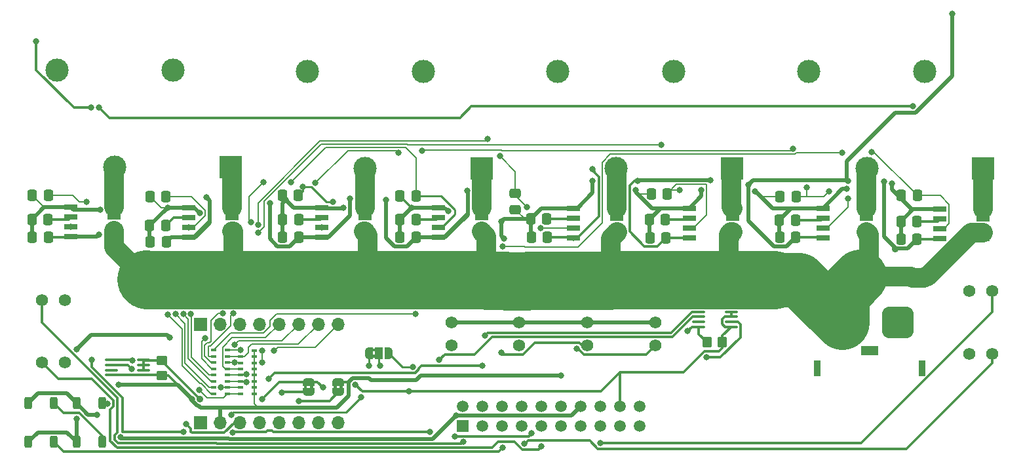
<source format=gbr>
%TF.GenerationSoftware,KiCad,Pcbnew,8.0.3*%
%TF.CreationDate,2025-06-03T13:48:55-07:00*%
%TF.ProjectId,Power_Distribution,506f7765-725f-4446-9973-747269627574,rev?*%
%TF.SameCoordinates,Original*%
%TF.FileFunction,Copper,L1,Top*%
%TF.FilePolarity,Positive*%
%FSLAX46Y46*%
G04 Gerber Fmt 4.6, Leading zero omitted, Abs format (unit mm)*
G04 Created by KiCad (PCBNEW 8.0.3) date 2025-06-03 13:48:55*
%MOMM*%
%LPD*%
G01*
G04 APERTURE LIST*
G04 Aperture macros list*
%AMRoundRect*
0 Rectangle with rounded corners*
0 $1 Rounding radius*
0 $2 $3 $4 $5 $6 $7 $8 $9 X,Y pos of 4 corners*
0 Add a 4 corners polygon primitive as box body*
4,1,4,$2,$3,$4,$5,$6,$7,$8,$9,$2,$3,0*
0 Add four circle primitives for the rounded corners*
1,1,$1+$1,$2,$3*
1,1,$1+$1,$4,$5*
1,1,$1+$1,$6,$7*
1,1,$1+$1,$8,$9*
0 Add four rect primitives between the rounded corners*
20,1,$1+$1,$2,$3,$4,$5,0*
20,1,$1+$1,$4,$5,$6,$7,0*
20,1,$1+$1,$6,$7,$8,$9,0*
20,1,$1+$1,$8,$9,$2,$3,0*%
%AMFreePoly0*
4,1,19,0.500000,-0.750000,0.000000,-0.750000,0.000000,-0.744911,-0.071157,-0.744911,-0.207708,-0.704816,-0.327430,-0.627875,-0.420627,-0.520320,-0.479746,-0.390866,-0.500000,-0.250000,-0.500000,0.250000,-0.479746,0.390866,-0.420627,0.520320,-0.327430,0.627875,-0.207708,0.704816,-0.071157,0.744911,0.000000,0.744911,0.000000,0.750000,0.500000,0.750000,0.500000,-0.750000,0.500000,-0.750000,
$1*%
%AMFreePoly1*
4,1,19,0.000000,0.744911,0.071157,0.744911,0.207708,0.704816,0.327430,0.627875,0.420627,0.520320,0.479746,0.390866,0.500000,0.250000,0.500000,-0.250000,0.479746,-0.390866,0.420627,-0.520320,0.327430,-0.627875,0.207708,-0.704816,0.071157,-0.744911,0.000000,-0.744911,0.000000,-0.750000,-0.500000,-0.750000,-0.500000,0.750000,0.000000,0.750000,0.000000,0.744911,0.000000,0.744911,
$1*%
%AMFreePoly2*
4,1,19,0.550000,-0.750000,0.000000,-0.750000,0.000000,-0.744911,-0.071157,-0.744911,-0.207708,-0.704816,-0.327430,-0.627875,-0.420627,-0.520320,-0.479746,-0.390866,-0.500000,-0.250000,-0.500000,0.250000,-0.479746,0.390866,-0.420627,0.520320,-0.327430,0.627875,-0.207708,0.704816,-0.071157,0.744911,0.000000,0.744911,0.000000,0.750000,0.550000,0.750000,0.550000,-0.750000,0.550000,-0.750000,
$1*%
%AMFreePoly3*
4,1,19,0.000000,0.744911,0.071157,0.744911,0.207708,0.704816,0.327430,0.627875,0.420627,0.520320,0.479746,0.390866,0.500000,0.250000,0.500000,-0.250000,0.479746,-0.390866,0.420627,-0.520320,0.327430,-0.627875,0.207708,-0.704816,0.071157,-0.744911,0.000000,-0.744911,0.000000,-0.750000,-0.550000,-0.750000,-0.550000,0.750000,0.000000,0.750000,0.000000,0.744911,0.000000,0.744911,
$1*%
G04 Aperture macros list end*
%TA.AperFunction,EtchedComponent*%
%ADD10C,0.000000*%
%TD*%
%TA.AperFunction,SMDPad,CuDef*%
%ADD11R,0.711200X0.457200*%
%TD*%
%TA.AperFunction,SMDPad,CuDef*%
%ADD12R,1.750000X0.650000*%
%TD*%
%TA.AperFunction,SMDPad,CuDef*%
%ADD13RoundRect,0.250000X0.337500X0.475000X-0.337500X0.475000X-0.337500X-0.475000X0.337500X-0.475000X0*%
%TD*%
%TA.AperFunction,SMDPad,CuDef*%
%ADD14RoundRect,0.250000X-0.450000X0.350000X-0.450000X-0.350000X0.450000X-0.350000X0.450000X0.350000X0*%
%TD*%
%TA.AperFunction,SMDPad,CuDef*%
%ADD15FreePoly0,90.000000*%
%TD*%
%TA.AperFunction,SMDPad,CuDef*%
%ADD16FreePoly1,90.000000*%
%TD*%
%TA.AperFunction,ComponentPad*%
%ADD17R,0.900000X2.000000*%
%TD*%
%TA.AperFunction,ComponentPad*%
%ADD18RoundRect,1.025000X1.025000X1.025000X-1.025000X1.025000X-1.025000X-1.025000X1.025000X-1.025000X0*%
%TD*%
%TA.AperFunction,ComponentPad*%
%ADD19C,4.100000*%
%TD*%
%TA.AperFunction,ComponentPad*%
%ADD20R,2.300000X1.300000*%
%TD*%
%TA.AperFunction,SMDPad,CuDef*%
%ADD21RoundRect,0.100000X-0.712500X-0.100000X0.712500X-0.100000X0.712500X0.100000X-0.712500X0.100000X0*%
%TD*%
%TA.AperFunction,ComponentPad*%
%ADD22R,3.000000X3.000000*%
%TD*%
%TA.AperFunction,ComponentPad*%
%ADD23C,3.000000*%
%TD*%
%TA.AperFunction,ComponentPad*%
%ADD24R,1.508000X1.508000*%
%TD*%
%TA.AperFunction,ComponentPad*%
%ADD25C,1.508000*%
%TD*%
%TA.AperFunction,SMDPad,CuDef*%
%ADD26RoundRect,0.250000X-0.475000X0.337500X-0.475000X-0.337500X0.475000X-0.337500X0.475000X0.337500X0*%
%TD*%
%TA.AperFunction,ComponentPad*%
%ADD27C,1.574800*%
%TD*%
%TA.AperFunction,SMDPad,CuDef*%
%ADD28RoundRect,0.250000X0.250000X-0.550000X0.250000X0.550000X-0.250000X0.550000X-0.250000X-0.550000X0*%
%TD*%
%TA.AperFunction,ComponentPad*%
%ADD29R,1.700000X1.700000*%
%TD*%
%TA.AperFunction,ComponentPad*%
%ADD30O,1.700000X1.700000*%
%TD*%
%TA.AperFunction,SMDPad,CuDef*%
%ADD31RoundRect,0.250000X0.350000X0.450000X-0.350000X0.450000X-0.350000X-0.450000X0.350000X-0.450000X0*%
%TD*%
%TA.AperFunction,SMDPad,CuDef*%
%ADD32FreePoly2,0.000000*%
%TD*%
%TA.AperFunction,SMDPad,CuDef*%
%ADD33R,1.000000X1.500000*%
%TD*%
%TA.AperFunction,SMDPad,CuDef*%
%ADD34FreePoly3,0.000000*%
%TD*%
%TA.AperFunction,ViaPad*%
%ADD35C,0.800000*%
%TD*%
%TA.AperFunction,ViaPad*%
%ADD36C,0.900000*%
%TD*%
%TA.AperFunction,Conductor*%
%ADD37C,0.200000*%
%TD*%
%TA.AperFunction,Conductor*%
%ADD38C,0.508000*%
%TD*%
%TA.AperFunction,Conductor*%
%ADD39C,0.304800*%
%TD*%
%TA.AperFunction,Conductor*%
%ADD40C,0.250000*%
%TD*%
%TA.AperFunction,Conductor*%
%ADD41C,2.500000*%
%TD*%
%TA.AperFunction,Conductor*%
%ADD42C,7.500000*%
%TD*%
%TA.AperFunction,Conductor*%
%ADD43C,7.000000*%
%TD*%
G04 APERTURE END LIST*
D10*
%TA.AperFunction,EtchedComponent*%
%TO.C,JP2*%
G36*
X122890000Y-104020000D02*
G01*
X122490000Y-104020000D01*
X122490000Y-103520000D01*
X122890000Y-103520000D01*
X122890000Y-104020000D01*
G37*
%TD.AperFunction*%
%TA.AperFunction,EtchedComponent*%
G36*
X123690000Y-104020000D02*
G01*
X123290000Y-104020000D01*
X123290000Y-103520000D01*
X123690000Y-103520000D01*
X123690000Y-104020000D01*
G37*
%TD.AperFunction*%
%TA.AperFunction,EtchedComponent*%
%TO.C,JP1*%
G36*
X119060000Y-104000000D02*
G01*
X118660000Y-104000000D01*
X118660000Y-103500000D01*
X119060000Y-103500000D01*
X119060000Y-104000000D01*
G37*
%TD.AperFunction*%
%TA.AperFunction,EtchedComponent*%
G36*
X119860000Y-104000000D02*
G01*
X119460000Y-104000000D01*
X119460000Y-103500000D01*
X119860000Y-103500000D01*
X119860000Y-104000000D01*
G37*
%TD.AperFunction*%
%TA.AperFunction,EtchedComponent*%
%TO.C,JP3*%
G36*
X127950000Y-99180000D02*
G01*
X127450000Y-99180000D01*
X127450000Y-98780000D01*
X127950000Y-98780000D01*
X127950000Y-99180000D01*
G37*
%TD.AperFunction*%
%TA.AperFunction,EtchedComponent*%
G36*
X127950000Y-99980000D02*
G01*
X127450000Y-99980000D01*
X127450000Y-99580000D01*
X127950000Y-99580000D01*
X127950000Y-99980000D01*
G37*
%TD.AperFunction*%
%TD*%
D11*
%TO.P,R4,1*%
%TO.N,VIout1Div*%
X110464600Y-99022002D03*
%TO.P,R4,2*%
%TO.N,VIout2Div*%
X110464600Y-99822002D03*
%TO.P,R4,3*%
%TO.N,VIout3Div*%
X110464600Y-100622001D03*
%TO.P,R4,4*%
%TO.N,VIout4Div*%
X110464600Y-101422002D03*
%TO.P,R4,5*%
%TO.N,VIout5Div*%
X110464600Y-102222000D03*
%TO.P,R4,6*%
%TO.N,VIout6Div*%
X110464600Y-103022001D03*
%TO.P,R4,7*%
%TO.N,VIout7Div*%
X110464600Y-103822002D03*
%TO.P,R4,8*%
%TO.N,VIout8Div*%
X110464600Y-104622000D03*
%TO.P,R4,9*%
%TO.N,GND*%
X112268000Y-104622000D03*
%TO.P,R4,10*%
X112268000Y-103822000D03*
%TO.P,R4,11*%
X112268000Y-103022001D03*
%TO.P,R4,12*%
X112268000Y-102222000D03*
%TO.P,R4,13*%
X112268000Y-101422002D03*
%TO.P,R4,14*%
X112268000Y-100622001D03*
%TO.P,R4,15*%
X112268000Y-99822000D03*
%TO.P,R4,16*%
X112268000Y-99022002D03*
%TD*%
%TO.P,R3,1*%
%TO.N,VIout1*%
X107012700Y-99001201D03*
%TO.P,R3,2*%
%TO.N,VIout2*%
X107012700Y-99801201D03*
%TO.P,R3,3*%
%TO.N,VIout3*%
X107012700Y-100601200D03*
%TO.P,R3,4*%
%TO.N,VIout4*%
X107012700Y-101401201D03*
%TO.P,R3,5*%
%TO.N,VIout5*%
X107012700Y-102201199D03*
%TO.P,R3,6*%
%TO.N,VIout6*%
X107012700Y-103001200D03*
%TO.P,R3,7*%
%TO.N,VIout7*%
X107012700Y-103801201D03*
%TO.P,R3,8*%
%TO.N,VIout8*%
X107012700Y-104601199D03*
%TO.P,R3,9*%
%TO.N,VIout8Div*%
X108816100Y-104601199D03*
%TO.P,R3,10*%
%TO.N,VIout7Div*%
X108816100Y-103801199D03*
%TO.P,R3,11*%
%TO.N,VIout6Div*%
X108816100Y-103001200D03*
%TO.P,R3,12*%
%TO.N,VIout5Div*%
X108816100Y-102201199D03*
%TO.P,R3,13*%
%TO.N,VIout4Div*%
X108816100Y-101401201D03*
%TO.P,R3,14*%
%TO.N,VIout3Div*%
X108816100Y-100601200D03*
%TO.P,R3,15*%
%TO.N,VIout2Div*%
X108816100Y-99801199D03*
%TO.P,R3,16*%
%TO.N,VIout1Div*%
X108816100Y-99001201D03*
%TD*%
D12*
%TO.P,IC5,1,IP+_1*%
%TO.N,+BATT*%
X141669200Y-84429600D03*
%TO.P,IC5,2,IP+_2*%
X141669200Y-83159600D03*
%TO.P,IC5,3,IP-_1*%
%TO.N,PWR5*%
X141669200Y-81889600D03*
%TO.P,IC5,4,IP-_2*%
X141669200Y-80619600D03*
%TO.P,IC5,5,GND*%
%TO.N,GND*%
X136069200Y-80619600D03*
%TO.P,IC5,6,FILTER*%
%TO.N,Net-(IC5-FILTER)*%
X136069200Y-81889600D03*
%TO.P,IC5,7,VIOUT*%
%TO.N,VIout5*%
X136069200Y-83159600D03*
%TO.P,IC5,8,VCC*%
%TO.N,5V*%
X136069200Y-84429600D03*
%TD*%
D13*
%TO.P,Cf1,1*%
%TO.N,Net-(IC1-FILTER)*%
X197887500Y-82346800D03*
%TO.P,Cf1,2*%
%TO.N,GND*%
X195812500Y-82346800D03*
%TD*%
D12*
%TO.P,IC7,1,IP+_1*%
%TO.N,+BATT*%
X109372400Y-84378800D03*
%TO.P,IC7,2,IP+_2*%
X109372400Y-83108800D03*
%TO.P,IC7,3,IP-_1*%
%TO.N,PWR7*%
X109372400Y-81838800D03*
%TO.P,IC7,4,IP-_2*%
X109372400Y-80568800D03*
%TO.P,IC7,5,GND*%
%TO.N,GND*%
X103772400Y-80568800D03*
%TO.P,IC7,6,FILTER*%
%TO.N,Net-(IC7-FILTER)*%
X103772400Y-81838800D03*
%TO.P,IC7,7,VIOUT*%
%TO.N,VIout7*%
X103772400Y-83108800D03*
%TO.P,IC7,8,VCC*%
%TO.N,5V*%
X103772400Y-84378800D03*
%TD*%
D14*
%TO.P,R1,1*%
%TO.N,+3.3V*%
X100320000Y-100310000D03*
%TO.P,R1,2*%
%TO.N,GND*%
X100320000Y-102310000D03*
%TD*%
D15*
%TO.P,JP2,1,A*%
%TO.N,COM*%
X123090000Y-104420000D03*
D16*
%TO.P,JP2,2,B*%
%TO.N,GND*%
X123090000Y-103120000D03*
%TD*%
D13*
%TO.P,Cf3,1*%
%TO.N,Net-(IC6-FILTER)*%
X117979100Y-82092800D03*
%TO.P,Cf3,2*%
%TO.N,GND*%
X115904100Y-82092800D03*
%TD*%
D17*
%TO.P,J4,*%
%TO.N,*%
X198520000Y-101380000D03*
X185020000Y-101380000D03*
D18*
%TO.P,J4,1,Pin_1*%
%TO.N,-BATT*%
X195370000Y-95380000D03*
D19*
%TO.P,J4,2,Pin_2*%
%TO.N,+BATT*%
X188170000Y-95380000D03*
D20*
%TO.P,J4,3*%
%TO.N,N/C*%
X191770000Y-99030000D03*
%TD*%
D13*
%TO.P,Cf8,1*%
%TO.N,Net-(IC8-FILTER)*%
X85619500Y-82092800D03*
%TO.P,Cf8,2*%
%TO.N,GND*%
X83544500Y-82092800D03*
%TD*%
D21*
%TO.P,U2,1,SDA*%
%TO.N,SDA*%
X169675000Y-94020000D03*
%TO.P,U2,2,SCL*%
%TO.N,SCL*%
X169675000Y-94670000D03*
%TO.P,U2,3,Alert*%
%TO.N,unconnected-(U2-Alert-Pad3)*%
X169675000Y-95320000D03*
%TO.P,U2,4,GND*%
%TO.N,GND*%
X169675000Y-95970000D03*
%TO.P,U2,5,A2*%
%TO.N,+3.3V*%
X173900000Y-95970000D03*
%TO.P,U2,6,A1*%
%TO.N,GND*%
X173900000Y-95320000D03*
%TO.P,U2,7,A0*%
%TO.N,+3.3V*%
X173900000Y-94670000D03*
%TO.P,U2,8,V_{DD}*%
X173900000Y-94020000D03*
%TD*%
D22*
%TO.P,J6,1,1*%
%TO.N,PWR1*%
X206396000Y-75492000D03*
D23*
%TO.P,J6,2,2*%
%TO.N,-BATT*%
X198896000Y-62992000D03*
%TO.P,J6,3,3*%
%TO.N,PWR2*%
X191396000Y-75492000D03*
%TO.P,J6,4,4*%
%TO.N,-BATT*%
X183896000Y-62992000D03*
%TD*%
D13*
%TO.P,Cb6,1*%
%TO.N,5V*%
X165447800Y-84480400D03*
%TO.P,Cb6,2*%
%TO.N,GND*%
X163372800Y-84480400D03*
%TD*%
D24*
%TO.P,J18,1,1*%
%TO.N,PWM0*%
X139190000Y-108750000D03*
D25*
%TO.P,J18,2,2*%
%TO.N,SCL*%
X139190000Y-106210000D03*
%TO.P,J18,3,3*%
%TO.N,PWM1*%
X141730000Y-108750000D03*
%TO.P,J18,4,4*%
%TO.N,SDA*%
X141730000Y-106210000D03*
%TO.P,J18,5,5*%
%TO.N,PWM2*%
X144270000Y-108750000D03*
%TO.P,J18,6,6*%
%TO.N,toNEO_CTRL_MOOD*%
X144270000Y-106210000D03*
%TO.P,J18,7,7*%
%TO.N,PWM3*%
X146810000Y-108750000D03*
%TO.P,J18,8,8*%
%TO.N,outNEO_CTRL_MOOD*%
X146810000Y-106210000D03*
%TO.P,J18,9,9*%
%TO.N,PWM4*%
X149350000Y-108750000D03*
%TO.P,J18,10,10*%
%TO.N,unconnected-(J18-Pad10)*%
X149350000Y-106210000D03*
%TO.P,J18,11,11*%
%TO.N,PWM5*%
X151890000Y-108750000D03*
%TO.P,J18,12,12*%
%TO.N,GND*%
X151890000Y-106210000D03*
%TO.P,J18,13,13*%
%TO.N,PWM6*%
X154430000Y-108750000D03*
%TO.P,J18,14,14*%
%TO.N,5V*%
X154430000Y-106210000D03*
%TO.P,J18,15,15*%
%TO.N,PWM7*%
X156970000Y-108750000D03*
%TO.P,J18,16,16*%
%TO.N,5V*%
X156970000Y-106210000D03*
%TO.P,J18,17,17*%
%TO.N,unconnected-(J18-Pad17)*%
X159510000Y-108750000D03*
%TO.P,J18,18,18*%
%TO.N,+3.3V*%
X159510000Y-106210000D03*
%TO.P,J18,19,19*%
%TO.N,unconnected-(J18-Pad19)*%
X162050000Y-108750000D03*
%TO.P,J18,20,20*%
%TO.N,GND*%
X162050000Y-106210000D03*
%TD*%
D13*
%TO.P,Cf11,1*%
%TO.N,VIout3*%
X165617500Y-78790000D03*
%TO.P,Cf11,2*%
%TO.N,GND*%
X163542500Y-78790000D03*
%TD*%
D26*
%TO.P,Cf12,1*%
%TO.N,VIout4*%
X146000000Y-78762500D03*
%TO.P,Cf12,2*%
%TO.N,GND*%
X146000000Y-80837500D03*
%TD*%
D13*
%TO.P,Cb2,1*%
%TO.N,5V*%
X182211800Y-84429600D03*
%TO.P,Cb2,2*%
%TO.N,GND*%
X180136800Y-84429600D03*
%TD*%
%TO.P,Cb1,1*%
%TO.N,5V*%
X197887500Y-84632800D03*
%TO.P,Cb1,2*%
%TO.N,GND*%
X195812500Y-84632800D03*
%TD*%
%TO.P,Cf7,1*%
%TO.N,Net-(IC4-FILTER)*%
X150033900Y-82042000D03*
%TO.P,Cf7,2*%
%TO.N,GND*%
X147958900Y-82042000D03*
%TD*%
D27*
%TO.P,J15,1,1*%
%TO.N,PWM6*%
X164060000Y-98389999D03*
%TO.P,J15,2,2*%
%TO.N,GND*%
X164060000Y-95390000D03*
%TD*%
D12*
%TO.P,IC6,1,IP+_1*%
%TO.N,+BATT*%
X126581600Y-84429600D03*
%TO.P,IC6,2,IP+_2*%
X126581600Y-83159600D03*
%TO.P,IC6,3,IP-_1*%
%TO.N,PWR6*%
X126581600Y-81889600D03*
%TO.P,IC6,4,IP-_2*%
X126581600Y-80619600D03*
%TO.P,IC6,5,GND*%
%TO.N,GND*%
X120981600Y-80619600D03*
%TO.P,IC6,6,FILTER*%
%TO.N,Net-(IC6-FILTER)*%
X120981600Y-81889600D03*
%TO.P,IC6,7,VIOUT*%
%TO.N,VIout6*%
X120981600Y-83159600D03*
%TO.P,IC6,8,VCC*%
%TO.N,5V*%
X120981600Y-84429600D03*
%TD*%
D27*
%TO.P,J10,1,1*%
%TO.N,PWM0*%
X84800000Y-92550000D03*
%TO.P,J10,2,2*%
%TO.N,GND*%
X87799999Y-92550000D03*
%TD*%
D12*
%TO.P,IC4,1,IP+_1*%
%TO.N,+BATT*%
X159054800Y-84480400D03*
%TO.P,IC4,2,IP+_2*%
X159054800Y-83210400D03*
%TO.P,IC4,3,IP-_1*%
%TO.N,PWR4*%
X159054800Y-81940400D03*
%TO.P,IC4,4,IP-_2*%
X159054800Y-80670400D03*
%TO.P,IC4,5,GND*%
%TO.N,GND*%
X153454800Y-80670400D03*
%TO.P,IC4,6,FILTER*%
%TO.N,Net-(IC4-FILTER)*%
X153454800Y-81940400D03*
%TO.P,IC4,7,VIOUT*%
%TO.N,VIout4*%
X153454800Y-83210400D03*
%TO.P,IC4,8,VCC*%
%TO.N,5V*%
X153454800Y-84480400D03*
%TD*%
D13*
%TO.P,Cb7,1*%
%TO.N,5V*%
X150135500Y-84378800D03*
%TO.P,Cb7,2*%
%TO.N,GND*%
X148060500Y-84378800D03*
%TD*%
D15*
%TO.P,JP1,1,A*%
%TO.N,REF*%
X119260000Y-104400000D03*
D16*
%TO.P,JP1,2,B*%
%TO.N,+3.3V*%
X119260000Y-103100000D03*
%TD*%
D13*
%TO.P,Cf14,1*%
%TO.N,VIout6*%
X117962500Y-79025000D03*
%TO.P,Cf14,2*%
%TO.N,GND*%
X115887500Y-79025000D03*
%TD*%
%TO.P,Cf2,1*%
%TO.N,Net-(IC2-FILTER)*%
X182190300Y-82194400D03*
%TO.P,Cf2,2*%
%TO.N,GND*%
X180115300Y-82194400D03*
%TD*%
D28*
%TO.P,LED1,1,VSS*%
%TO.N,GND*%
X83060000Y-110850000D03*
%TO.P,LED1,2,DIN*%
%TO.N,toNEO_CTRL_MOOD*%
X86360000Y-110850000D03*
%TO.P,LED1,3,VDD*%
%TO.N,5V*%
X83060000Y-105850000D03*
%TO.P,LED1,4,DOUT*%
%TO.N,Net-(LED1-DOUT)*%
X86360000Y-105850000D03*
%TD*%
D22*
%TO.P,J2,1,1*%
%TO.N,PWR5*%
X141612000Y-75492000D03*
D23*
%TO.P,J2,2,2*%
%TO.N,-BATT*%
X134112000Y-62992000D03*
%TO.P,J2,3,3*%
%TO.N,PWR6*%
X126612000Y-75492000D03*
%TO.P,J2,4,4*%
%TO.N,-BATT*%
X119112000Y-62992000D03*
%TD*%
D27*
%TO.P,J17,1,1*%
%TO.N,PWM7*%
X207619999Y-91380000D03*
%TO.P,J17,2,2*%
%TO.N,GND*%
X204620000Y-91380000D03*
%TD*%
D13*
%TO.P,Cf13,1*%
%TO.N,VIout5*%
X133137500Y-79075000D03*
%TO.P,Cf13,2*%
%TO.N,GND*%
X131062500Y-79075000D03*
%TD*%
D27*
%TO.P,J16,1,1*%
%TO.N,PWM3*%
X207619999Y-99510000D03*
%TO.P,J16,2,2*%
%TO.N,GND*%
X204620000Y-99510000D03*
%TD*%
D29*
%TO.P,J9,1,Pin_1*%
%TO.N,VIout8Div*%
X105290000Y-95632000D03*
D30*
%TO.P,J9,2,Pin_2*%
%TO.N,VIout7Div*%
X107830000Y-95632000D03*
%TO.P,J9,3,Pin_3*%
%TO.N,VIout6Div*%
X110370000Y-95632000D03*
%TO.P,J9,4,Pin_4*%
%TO.N,VIout5Div*%
X112910000Y-95632000D03*
%TO.P,J9,5,Pin_5*%
%TO.N,VIout4Div*%
X115450000Y-95632000D03*
%TO.P,J9,6,Pin_6*%
%TO.N,VIout3Div*%
X117990000Y-95632000D03*
%TO.P,J9,7,Pin_7*%
%TO.N,VIout2Div*%
X120530000Y-95632000D03*
%TO.P,J9,8,Pin_8*%
%TO.N,VIout1Div*%
X123070000Y-95632000D03*
%TD*%
D28*
%TO.P,LED2,1,VSS*%
%TO.N,GND*%
X89290000Y-110850000D03*
%TO.P,LED2,2,DIN*%
%TO.N,Net-(LED1-DOUT)*%
X92590000Y-110850000D03*
%TO.P,LED2,3,VDD*%
%TO.N,5V*%
X89290000Y-105850000D03*
%TO.P,LED2,4,DOUT*%
%TO.N,Net-(LED2-DOUT)*%
X92590000Y-105850000D03*
%TD*%
D13*
%TO.P,Cf10,1*%
%TO.N,VIout2*%
X182270000Y-79140000D03*
%TO.P,Cf10,2*%
%TO.N,GND*%
X180195000Y-79140000D03*
%TD*%
%TO.P,Cb8,1*%
%TO.N,5V*%
X85641000Y-84378800D03*
%TO.P,Cb8,2*%
%TO.N,GND*%
X83566000Y-84378800D03*
%TD*%
D21*
%TO.P,U1,1,SDA*%
%TO.N,SDA*%
X93767500Y-100260000D03*
%TO.P,U1,2,SCL*%
%TO.N,SCL*%
X93767500Y-100910000D03*
%TO.P,U1,3,Alert*%
%TO.N,unconnected-(U1-Alert-Pad3)*%
X93767500Y-101560000D03*
%TO.P,U1,4,GND*%
%TO.N,GND*%
X93767500Y-102210000D03*
%TO.P,U1,5,A2*%
X97992500Y-102210000D03*
%TO.P,U1,6,A1*%
%TO.N,+3.3V*%
X97992500Y-101560000D03*
%TO.P,U1,7,A0*%
X97992500Y-100910000D03*
%TO.P,U1,8,V_{DD}*%
X97992500Y-100260000D03*
%TD*%
D13*
%TO.P,Cb5,1*%
%TO.N,5V*%
X133139000Y-84378800D03*
%TO.P,Cb5,2*%
%TO.N,GND*%
X131064000Y-84378800D03*
%TD*%
D12*
%TO.P,IC2,1,IP+_1*%
%TO.N,+BATT*%
X191351600Y-84480400D03*
%TO.P,IC2,2,IP+_2*%
X191351600Y-83210400D03*
%TO.P,IC2,3,IP-_1*%
%TO.N,PWR2*%
X191351600Y-81940400D03*
%TO.P,IC2,4,IP-_2*%
X191351600Y-80670400D03*
%TO.P,IC2,5,GND*%
%TO.N,GND*%
X185751600Y-80670400D03*
%TO.P,IC2,6,FILTER*%
%TO.N,Net-(IC2-FILTER)*%
X185751600Y-81940400D03*
%TO.P,IC2,7,VIOUT*%
%TO.N,VIout2*%
X185751600Y-83210400D03*
%TO.P,IC2,8,VCC*%
%TO.N,5V*%
X185751600Y-84480400D03*
%TD*%
D13*
%TO.P,Cf4,1*%
%TO.N,Net-(IC7-FILTER)*%
X100808700Y-82905600D03*
%TO.P,Cf4,2*%
%TO.N,GND*%
X98733700Y-82905600D03*
%TD*%
%TO.P,Cf15,1*%
%TO.N,VIout7*%
X100837500Y-79125000D03*
%TO.P,Cf15,2*%
%TO.N,GND*%
X98762500Y-79125000D03*
%TD*%
D12*
%TO.P,IC1,1,IP+_1*%
%TO.N,+BATT*%
X206451200Y-84582000D03*
%TO.P,IC1,2,IP+_2*%
X206451200Y-83312000D03*
%TO.P,IC1,3,IP-_1*%
%TO.N,PWR1*%
X206451200Y-82042000D03*
%TO.P,IC1,4,IP-_2*%
X206451200Y-80772000D03*
%TO.P,IC1,5,GND*%
%TO.N,GND*%
X200851200Y-80772000D03*
%TO.P,IC1,6,FILTER*%
%TO.N,Net-(IC1-FILTER)*%
X200851200Y-82042000D03*
%TO.P,IC1,7,VIOUT*%
%TO.N,VIout1*%
X200851200Y-83312000D03*
%TO.P,IC1,8,VCC*%
%TO.N,5V*%
X200851200Y-84582000D03*
%TD*%
D13*
%TO.P,Cf16,1*%
%TO.N,VIout8*%
X85637500Y-79000000D03*
%TO.P,Cf16,2*%
%TO.N,GND*%
X83562500Y-79000000D03*
%TD*%
D27*
%TO.P,J14,1,1*%
%TO.N,PWM2*%
X155284400Y-98399999D03*
%TO.P,J14,2,2*%
%TO.N,GND*%
X155284400Y-95400000D03*
%TD*%
D22*
%TO.P,J1,1,1*%
%TO.N,PWR3*%
X173985600Y-75492000D03*
D23*
%TO.P,J1,2,2*%
%TO.N,-BATT*%
X166485600Y-62992000D03*
%TO.P,J1,3,3*%
%TO.N,PWR4*%
X158985600Y-75492000D03*
%TO.P,J1,4,4*%
%TO.N,-BATT*%
X151485600Y-62992000D03*
%TD*%
D27*
%TO.P,J11,1,1*%
%TO.N,PWM4*%
X84800000Y-100590000D03*
%TO.P,J11,2,2*%
%TO.N,GND*%
X87799999Y-100590000D03*
%TD*%
D31*
%TO.P,R2,1*%
%TO.N,+3.3V*%
X172750000Y-97980000D03*
%TO.P,R2,2*%
%TO.N,GND*%
X170750000Y-97980000D03*
%TD*%
D13*
%TO.P,Cf9,1*%
%TO.N,VIout1*%
X197920000Y-79000000D03*
%TO.P,Cf9,2*%
%TO.N,GND*%
X195845000Y-79000000D03*
%TD*%
D12*
%TO.P,IC8,1,IP+_1*%
%TO.N,+BATT*%
X94171200Y-84328000D03*
%TO.P,IC8,2,IP+_2*%
X94171200Y-83058000D03*
%TO.P,IC8,3,IP-_1*%
%TO.N,PWR8*%
X94171200Y-81788000D03*
%TO.P,IC8,4,IP-_2*%
X94171200Y-80518000D03*
%TO.P,IC8,5,GND*%
%TO.N,GND*%
X88571200Y-80518000D03*
%TO.P,IC8,6,FILTER*%
%TO.N,Net-(IC8-FILTER)*%
X88571200Y-81788000D03*
%TO.P,IC8,7,VIOUT*%
%TO.N,VIout8*%
X88571200Y-83058000D03*
%TO.P,IC8,8,VCC*%
%TO.N,5V*%
X88571200Y-84328000D03*
%TD*%
D13*
%TO.P,Cb3,1*%
%TO.N,5V*%
X117979100Y-84378800D03*
%TO.P,Cb3,2*%
%TO.N,GND*%
X115904100Y-84378800D03*
%TD*%
D32*
%TO.P,JP3,1,A*%
%TO.N,Net-(J3-Pin_1)*%
X127050000Y-99380000D03*
D33*
%TO.P,JP3,2,C*%
%TO.N,+3.3V*%
X128350000Y-99380000D03*
D34*
%TO.P,JP3,3,B*%
%TO.N,5V*%
X129650000Y-99380000D03*
%TD*%
D12*
%TO.P,IC3,1,IP+_1*%
%TO.N,+BATT*%
X174040800Y-84480400D03*
%TO.P,IC3,2,IP+_2*%
X174040800Y-83210400D03*
%TO.P,IC3,3,IP-_1*%
%TO.N,PWR3*%
X174040800Y-81940400D03*
%TO.P,IC3,4,IP-_2*%
X174040800Y-80670400D03*
%TO.P,IC3,5,GND*%
%TO.N,GND*%
X168440800Y-80670400D03*
%TO.P,IC3,6,FILTER*%
%TO.N,Net-(IC3-FILTER)*%
X168440800Y-81940400D03*
%TO.P,IC3,7,VIOUT*%
%TO.N,VIout3*%
X168440800Y-83210400D03*
%TO.P,IC3,8,VCC*%
%TO.N,5V*%
X168440800Y-84480400D03*
%TD*%
D13*
%TO.P,Cb4,1*%
%TO.N,5V*%
X100881000Y-85039200D03*
%TO.P,Cb4,2*%
%TO.N,GND*%
X98806000Y-85039200D03*
%TD*%
%TO.P,Cf5,1*%
%TO.N,Net-(IC5-FILTER)*%
X133139000Y-82143600D03*
%TO.P,Cf5,2*%
%TO.N,GND*%
X131064000Y-82143600D03*
%TD*%
D27*
%TO.P,J13,1,1*%
%TO.N,PWM5*%
X146508800Y-98399999D03*
%TO.P,J13,2,2*%
%TO.N,GND*%
X146508800Y-95400000D03*
%TD*%
%TO.P,J12,1,1*%
%TO.N,PWM1*%
X137733200Y-98399999D03*
%TO.P,J12,2,2*%
%TO.N,GND*%
X137733200Y-95400000D03*
%TD*%
D22*
%TO.P,J7,1,1*%
%TO.N,PWR7*%
X109252400Y-75339600D03*
D23*
%TO.P,J7,2,2*%
%TO.N,-BATT*%
X101752400Y-62839600D03*
%TO.P,J7,3,3*%
%TO.N,PWR8*%
X94252400Y-75339600D03*
%TO.P,J7,4,4*%
%TO.N,-BATT*%
X86752400Y-62839600D03*
%TD*%
D13*
%TO.P,Cf6,1*%
%TO.N,Net-(IC3-FILTER)*%
X165375500Y-82143600D03*
%TO.P,Cf6,2*%
%TO.N,GND*%
X163300500Y-82143600D03*
%TD*%
D29*
%TO.P,J3,1,Pin_1*%
%TO.N,Net-(J3-Pin_1)*%
X105290000Y-108332000D03*
D30*
%TO.P,J3,2,Pin_2*%
%TO.N,GND*%
X107830000Y-108332000D03*
%TO.P,J3,3,Pin_3*%
%TO.N,SCL*%
X110370000Y-108332000D03*
%TO.P,J3,4,Pin_4*%
%TO.N,SDA*%
X112910000Y-108332000D03*
%TO.P,J3,5,Pin_5*%
%TO.N,REF*%
X115450000Y-108332000D03*
%TO.P,J3,6,Pin_6*%
%TO.N,COM*%
X117990000Y-108332000D03*
%TO.P,J3,7,Pin_7*%
%TO.N,AD0*%
X120530000Y-108332000D03*
%TO.P,J3,8,Pin_8*%
%TO.N,AD1*%
X123070000Y-108332000D03*
%TD*%
D35*
%TO.N,VIout6Div*%
X111252000Y-103124000D03*
%TO.N,VIout5Div*%
X111252000Y-102108000D03*
X113284000Y-100584000D03*
X113284000Y-99060000D03*
%TO.N,VIout3Div*%
X109728000Y-98298000D03*
X109728000Y-100601200D03*
%TO.N,VIout1Div*%
X114808000Y-99060000D03*
X110464600Y-98993400D03*
%TO.N,VIout7Div*%
X107968302Y-103766000D03*
%TO.N,VIout8Div*%
X105156000Y-104140000D03*
D36*
%TO.N,+3.3V*%
X105238171Y-105287357D03*
D35*
%TO.N,GND*%
X168230000Y-96520000D03*
X132588000Y-80619600D03*
X188767018Y-78182542D03*
X105218600Y-81276111D03*
X104184026Y-105305186D03*
X155992318Y-77107013D03*
X176977200Y-78497200D03*
X123802800Y-80578167D03*
X161515600Y-78296545D03*
X151890000Y-102280000D03*
X101070500Y-80568800D03*
X144510401Y-84557258D03*
X94780000Y-103480000D03*
X89360000Y-98900000D03*
X170750000Y-97980000D03*
X170006800Y-78328190D03*
X170720000Y-99917300D03*
X92334823Y-80830000D03*
X101356800Y-97372912D03*
X195812500Y-84632800D03*
X144160000Y-82390000D03*
X194606842Y-77481444D03*
X89300000Y-107880000D03*
X116328769Y-79571069D03*
X137305515Y-81039872D03*
%TO.N,5V*%
X138362100Y-107400567D03*
X114317366Y-79992366D03*
X129275000Y-79600000D03*
X94968836Y-110257249D03*
X161820000Y-77110000D03*
X91911132Y-107321132D03*
X106066146Y-79271341D03*
X188990365Y-77122626D03*
X193650000Y-77180000D03*
X139780000Y-78360000D03*
D36*
X195047404Y-85903266D03*
D35*
X155984400Y-75570034D03*
X150135500Y-84378800D03*
X171206565Y-77014831D03*
X202450000Y-55560000D03*
X92170000Y-84100000D03*
X132740000Y-101150000D03*
X100881000Y-85039200D03*
X124660000Y-79440000D03*
X176120000Y-77610000D03*
%TO.N,VIout1*%
X133110000Y-94310000D03*
X192010000Y-73360000D03*
X144360000Y-85560000D03*
X188210000Y-73460000D03*
%TO.N,VIout2*%
X186520000Y-78490000D03*
X120140000Y-77380000D03*
X183670000Y-77930000D03*
X133900000Y-73190000D03*
X181850000Y-72970000D03*
X130930000Y-73493200D03*
X189010000Y-79420000D03*
X109560000Y-94250000D03*
%TO.N,VIout3*%
X108190627Y-94227558D03*
X112787988Y-83842483D03*
X167250000Y-78350000D03*
X164820000Y-72490000D03*
%TO.N,VIout4*%
X142420000Y-71740000D03*
X147475000Y-80500000D03*
X105871944Y-97446159D03*
X112750000Y-82840000D03*
X143980000Y-73880000D03*
X149255905Y-83244957D03*
%TO.N,VIout5*%
X116980081Y-77300081D03*
X113430000Y-77310000D03*
X111822541Y-82457594D03*
X104087072Y-94282302D03*
%TO.N,VIout6*%
X103084871Y-94327124D03*
X120981600Y-83159600D03*
X118540262Y-77925262D03*
X122400000Y-79825000D03*
%TO.N,VIout7*%
X103772400Y-83108800D03*
X102081700Y-94335124D03*
%TO.N,VIout8*%
X90600000Y-79800000D03*
X88571200Y-83058000D03*
X101080000Y-94390000D03*
%TO.N,SDA*%
X114086672Y-102675600D03*
X96480000Y-100340000D03*
X141730000Y-101020000D03*
X142080000Y-97080000D03*
%TO.N,COM*%
X118040000Y-105550000D03*
%TO.N,SCL*%
X96460000Y-101450000D03*
X136168312Y-100238800D03*
X103490000Y-108550000D03*
%TO.N,REF*%
X115845600Y-104513697D03*
%TO.N,PWM0*%
X139302040Y-110860400D03*
%TO.N,PWM4*%
X149390000Y-111440000D03*
%TO.N,PWM2*%
X144141043Y-99288999D03*
%TO.N,PWM6*%
X153942684Y-98794420D03*
%TO.N,PWM3*%
X147175586Y-111077895D03*
%TO.N,PWM7*%
X156980000Y-110990000D03*
%TO.N,+3.3V*%
X121125000Y-103825000D03*
X132260000Y-104325600D03*
X128500000Y-101020000D03*
X125311800Y-103431704D03*
%TO.N,Net-(J3-Pin_1)*%
X127080000Y-101020000D03*
X126040000Y-105090000D03*
X109275223Y-107368800D03*
%TO.N,Net-(LED2-DOUT)*%
X93279964Y-105952300D03*
X197333052Y-67490000D03*
X92220000Y-67650000D03*
%TO.N,outNEO_CTRL_MOOD*%
X91240000Y-100250000D03*
X109435287Y-109647819D03*
X91190000Y-67660000D03*
X103120000Y-109530000D03*
X134924400Y-109534400D03*
X148110000Y-109720000D03*
X138210000Y-110180000D03*
X84080000Y-59070000D03*
%TO.N,toNEO_CTRL_MOOD*%
X144357360Y-111577815D03*
%TO.N,+3.3V*%
X113252418Y-105294476D03*
%TD*%
D37*
%TO.N,VIout6Div*%
X110464600Y-103022001D02*
X111150001Y-103022001D01*
X111150001Y-103022001D02*
X111252000Y-103124000D01*
%TO.N,VIout5Div*%
X111138000Y-102222000D02*
X111252000Y-102108000D01*
X110464600Y-102222000D02*
X111138000Y-102222000D01*
X113284000Y-100584000D02*
X113284000Y-99060000D01*
%TO.N,VIout4Div*%
X109368887Y-97396800D02*
X108160500Y-98605187D01*
X108160500Y-98605187D02*
X108160500Y-101048500D01*
X108160500Y-101048500D02*
X108513201Y-101401201D01*
X108513201Y-101401201D02*
X108816100Y-101401201D01*
%TO.N,VIout3Div*%
X115825200Y-97796800D02*
X110229200Y-97796800D01*
X110229200Y-97796800D02*
X109728000Y-98298000D01*
%TO.N,VIout2Div*%
X111491829Y-99350373D02*
X111491829Y-98613973D01*
X111491829Y-98613973D02*
X111909002Y-98196800D01*
X111909002Y-98196800D02*
X117965200Y-98196800D01*
X111491829Y-99350373D02*
X111020200Y-99822002D01*
X111020200Y-99822002D02*
X110464600Y-99822002D01*
%TO.N,VIout8Div*%
X108816100Y-104601199D02*
X110443799Y-104601199D01*
%TO.N,VIout7Div*%
X108816100Y-103801199D02*
X110443797Y-103801199D01*
%TO.N,VIout6Div*%
X108816100Y-103001200D02*
X110443799Y-103001200D01*
%TO.N,VIout5Div*%
X108816100Y-102201199D02*
X110443799Y-102201199D01*
%TO.N,VIout4Div*%
X108816100Y-101401201D02*
X110443799Y-101401201D01*
%TO.N,VIout3Div*%
X108816100Y-100601200D02*
X110443799Y-100601200D01*
%TO.N,VIout2Div*%
X108816100Y-99801199D02*
X110443797Y-99801199D01*
%TO.N,VIout1Div*%
X108816100Y-99001201D02*
X110443799Y-99001201D01*
X120105200Y-98596800D02*
X115271200Y-98596800D01*
X115271200Y-98596800D02*
X114808000Y-99060000D01*
%TO.N,GND*%
X112268000Y-99022002D02*
X112268000Y-105945200D01*
X112268000Y-105945200D02*
X112730000Y-106407200D01*
%TO.N,VIout7Div*%
X108816100Y-103801199D02*
X108003501Y-103801199D01*
X108003501Y-103801199D02*
X107968302Y-103766000D01*
D38*
%TO.N,GND*%
X104184026Y-105516187D02*
X104184026Y-105305186D01*
X105073397Y-106194557D02*
X104862396Y-106194557D01*
X112730000Y-106407200D02*
X112713200Y-106424000D01*
D37*
%TO.N,VIout8Div*%
X108287500Y-105129799D02*
X106145799Y-105129799D01*
D38*
%TO.N,GND*%
X105302840Y-106424000D02*
X105073397Y-106194557D01*
D39*
%TO.N,+3.3V*%
X105234777Y-105287357D02*
X105238171Y-105287357D01*
D37*
%TO.N,VIout8Div*%
X106145799Y-105129799D02*
X105156000Y-104140000D01*
%TO.N,VIout8*%
X107012700Y-104601199D02*
X106690884Y-104601199D01*
D38*
%TO.N,GND*%
X104862396Y-106194557D02*
X104184026Y-105516187D01*
X94780000Y-103480000D02*
X102358840Y-103480000D01*
D37*
%TO.N,VIout8*%
X106690884Y-104601199D02*
X105406420Y-103316735D01*
D39*
%TO.N,GND*%
X100320000Y-102310000D02*
X101188840Y-102310000D01*
D38*
X102358840Y-103480000D02*
X104184026Y-105305186D01*
D39*
X101188840Y-102310000D02*
X104184026Y-105305186D01*
%TO.N,+3.3V*%
X100865945Y-100918525D02*
X105234777Y-105287357D01*
X100865945Y-100310000D02*
X100865945Y-100918525D01*
D38*
%TO.N,GND*%
X112713200Y-106424000D02*
X105302840Y-106424000D01*
D37*
%TO.N,VIout8*%
X105406420Y-103316735D02*
X105217265Y-103316735D01*
%TO.N,VIout8Div*%
X108816100Y-104601199D02*
X108287500Y-105129799D01*
%TO.N,VIout8*%
X102930000Y-101029471D02*
X105217265Y-103316735D01*
%TO.N,VIout7*%
X103330000Y-100674101D02*
X103330000Y-95583424D01*
X107012700Y-103801201D02*
X106457100Y-103801201D01*
X106457100Y-103801201D02*
X103330000Y-100674101D01*
%TO.N,VIout6*%
X106655200Y-103001200D02*
X103730000Y-100076000D01*
X103730000Y-100076000D02*
X103730000Y-94972253D01*
X107012700Y-103001200D02*
X106655200Y-103001200D01*
%TO.N,VIout5*%
X104130000Y-99874099D02*
X104130000Y-94325230D01*
X107012700Y-102201199D02*
X106457100Y-102201199D01*
X106457100Y-102201199D02*
X104130000Y-99874099D01*
%TO.N,VIout4*%
X105460000Y-100076000D02*
X105460000Y-97858103D01*
X106785201Y-101401201D02*
X105460000Y-100076000D01*
%TO.N,VIout2*%
X107012700Y-99801201D02*
X106457100Y-99801201D01*
X109220000Y-94590000D02*
X109560000Y-94250000D01*
%TO.N,VIout3*%
X105860000Y-98404016D02*
X106191415Y-98072601D01*
%TO.N,VIout2*%
X109220000Y-95868346D02*
X109220000Y-94590000D01*
X106615745Y-98472601D02*
X109220000Y-95868346D01*
X106457100Y-99801201D02*
X106357100Y-99701201D01*
X106357100Y-99701201D02*
X106357100Y-98472601D01*
X106357100Y-98472601D02*
X106615745Y-98472601D01*
%TO.N,VIout3*%
X106691414Y-100601200D02*
X105860000Y-99769786D01*
%TO.N,VIout4*%
X105460000Y-97858103D02*
X105871944Y-97446159D01*
%TO.N,VIout3*%
X107012700Y-100601200D02*
X106691414Y-100601200D01*
X105860000Y-99769786D02*
X105860000Y-98404016D01*
X106191415Y-98072601D02*
X106450059Y-98072601D01*
X106450059Y-98072601D02*
X106680000Y-97842660D01*
X106680000Y-97842660D02*
X106680000Y-95150000D01*
X106680000Y-95150000D02*
X107602442Y-94227558D01*
X107602442Y-94227558D02*
X108190627Y-94227558D01*
%TO.N,VIout1*%
X107012700Y-99001201D02*
X109231901Y-96782000D01*
X109231901Y-96782000D02*
X113438000Y-96782000D01*
X114300000Y-95155654D02*
X115145654Y-94310000D01*
X113438000Y-96782000D02*
X114300000Y-95920000D01*
X114300000Y-95920000D02*
X114300000Y-95155654D01*
X115145654Y-94310000D02*
X133110000Y-94310000D01*
D39*
%TO.N,GND*%
X124554924Y-103120000D02*
X124998820Y-102676104D01*
D38*
X197183264Y-80772000D02*
X194606842Y-78195578D01*
D39*
X174712499Y-95320000D02*
X175064900Y-95672401D01*
D38*
X155334999Y-95450599D02*
X163999401Y-95450599D01*
X131064000Y-82143600D02*
X131064000Y-84378800D01*
X149330500Y-80670400D02*
X153454800Y-80670400D01*
X117377300Y-80619600D02*
X116328769Y-79571069D01*
X181639300Y-80670400D02*
X185751600Y-80670400D01*
X133564936Y-102432800D02*
X133137736Y-102860000D01*
X85119300Y-80518000D02*
X83544500Y-82092800D01*
X122911552Y-106407200D02*
X112730000Y-106407200D01*
X107830000Y-106480000D02*
X107830000Y-108332000D01*
X181639300Y-80670400D02*
X179230406Y-80670400D01*
X101070500Y-80568800D02*
X98733700Y-82905600D01*
X89290000Y-110850000D02*
X89290000Y-107890000D01*
D39*
X93767500Y-102210000D02*
X97992500Y-102210000D01*
X172471550Y-99917300D02*
X170720000Y-99917300D01*
D38*
X195812500Y-82346800D02*
X197387300Y-80772000D01*
X146559399Y-95450599D02*
X155233801Y-95450599D01*
X147958900Y-82042000D02*
X144508000Y-82042000D01*
X136935643Y-80670000D02*
X137305515Y-81039872D01*
X88571200Y-80518000D02*
X88883200Y-80830000D01*
X179230406Y-80670400D02*
X177057206Y-78497200D01*
X115904100Y-82092800D02*
X115904100Y-79995738D01*
X177057206Y-78497200D02*
X176977200Y-78497200D01*
X163300500Y-82143600D02*
X163300500Y-84408100D01*
X137783799Y-95450599D02*
X146458201Y-95450599D01*
X124454600Y-104864152D02*
X122911552Y-106407200D01*
X123698767Y-80682200D02*
X123802800Y-80578167D01*
D39*
X169675000Y-96905000D02*
X170750000Y-97980000D01*
D38*
X84314000Y-109596000D02*
X88036000Y-109596000D01*
X121044200Y-80682200D02*
X123698767Y-80682200D01*
D39*
X124998820Y-102676104D02*
X127146104Y-102676104D01*
D38*
X136119600Y-80670000D02*
X136935643Y-80670000D01*
X144160000Y-84206857D02*
X144510401Y-84557258D01*
D39*
X127146104Y-102676104D02*
X127330000Y-102860000D01*
D38*
X127044504Y-102574504D02*
X124956736Y-102574504D01*
X164773700Y-80670400D02*
X163637162Y-80670400D01*
D37*
X163542500Y-78790000D02*
X162009055Y-78790000D01*
D38*
X133137736Y-102860000D02*
X127330000Y-102860000D01*
X155992318Y-78682882D02*
X155992318Y-77107013D01*
D37*
X180195000Y-79140000D02*
X177620000Y-79140000D01*
X100206300Y-80568800D02*
X101070500Y-80568800D01*
D38*
X170006800Y-79104400D02*
X170006800Y-78328190D01*
D39*
X97992500Y-102210000D02*
X100220000Y-102210000D01*
D38*
X161515600Y-78548838D02*
X161515600Y-78296545D01*
X83544500Y-82092800D02*
X83544500Y-84357300D01*
D37*
X83601300Y-79000000D02*
X85119300Y-80518000D01*
D39*
X169675000Y-95970000D02*
X168780000Y-95970000D01*
D38*
X194606842Y-78195578D02*
X194606842Y-77481444D01*
X89360000Y-98900000D02*
X91223567Y-97036433D01*
X147958900Y-82042000D02*
X149330500Y-80670400D01*
X91223567Y-97036433D02*
X101020321Y-97036433D01*
D39*
X175064900Y-95672401D02*
X175064900Y-97323950D01*
D38*
X98733700Y-82905600D02*
X98733700Y-84966900D01*
X151890000Y-102280000D02*
X133747736Y-102280000D01*
X89290000Y-107890000D02*
X89300000Y-107880000D01*
D39*
X169675000Y-95970000D02*
X169675000Y-96905000D01*
D38*
X83060000Y-110850000D02*
X84314000Y-109596000D01*
X101020321Y-97036433D02*
X101356800Y-97372912D01*
X185751600Y-80670400D02*
X188239458Y-78182542D01*
X88036000Y-109596000D02*
X89290000Y-110850000D01*
X132588000Y-80619600D02*
X131064000Y-82143600D01*
X104511289Y-80568800D02*
X105218600Y-81276111D01*
X120981600Y-80619600D02*
X117377300Y-80619600D01*
D37*
X177620000Y-79140000D02*
X176977200Y-78497200D01*
D38*
X180115300Y-82194400D02*
X180115300Y-84408100D01*
X133594936Y-102432800D02*
X133564936Y-102432800D01*
X103772400Y-80568800D02*
X104511289Y-80568800D01*
X88883200Y-80830000D02*
X92334823Y-80830000D01*
X163300500Y-82143600D02*
X164773700Y-80670400D01*
X136069200Y-80619600D02*
X132588000Y-80619600D01*
X180115300Y-82194400D02*
X181639300Y-80670400D01*
X164773700Y-80670400D02*
X168440800Y-80670400D01*
D37*
X147204500Y-82042000D02*
X146000000Y-80837500D01*
X98762500Y-79125000D02*
X100206300Y-80568800D01*
D38*
X88571200Y-80518000D02*
X85119300Y-80518000D01*
X188239458Y-78182542D02*
X188767018Y-78182542D01*
X147958900Y-82042000D02*
X147958900Y-84277200D01*
X195812500Y-82346800D02*
X195812500Y-84632800D01*
X154004800Y-80670400D02*
X155992318Y-78682882D01*
X103772400Y-80568800D02*
X101070500Y-80568800D01*
X124956736Y-102574504D02*
X124454600Y-103076640D01*
D39*
X173900000Y-95320000D02*
X174712499Y-95320000D01*
D37*
X162009055Y-78790000D02*
X161515600Y-78296545D01*
D38*
X127330000Y-102860000D02*
X127044504Y-102574504D01*
X168440800Y-80670400D02*
X170006800Y-79104400D01*
X133747736Y-102280000D02*
X133594936Y-102432800D01*
X144508000Y-82042000D02*
X144160000Y-82390000D01*
D40*
X131062500Y-79094100D02*
X132588000Y-80619600D01*
D38*
X124454600Y-103076640D02*
X124454600Y-104864152D01*
X197387300Y-80772000D02*
X197183264Y-80772000D01*
D39*
X175064900Y-97323950D02*
X172471550Y-99917300D01*
D38*
X197387300Y-80772000D02*
X200851200Y-80772000D01*
X163637162Y-80670400D02*
X161515600Y-78548838D01*
X147958900Y-82042000D02*
X147204500Y-82042000D01*
X144160000Y-82390000D02*
X144160000Y-84206857D01*
D39*
X123090000Y-103120000D02*
X124554924Y-103120000D01*
D38*
X115904100Y-79995738D02*
X116328769Y-79571069D01*
X115904100Y-82092800D02*
X115904100Y-84378800D01*
D39*
X168780000Y-95970000D02*
X168230000Y-96520000D01*
D40*
X115887500Y-79129800D02*
X116328769Y-79571069D01*
D39*
%TO.N,5V*%
X156767600Y-81717600D02*
X156767600Y-76581495D01*
D38*
X121819600Y-84429600D02*
X120981600Y-84429600D01*
D39*
X139830000Y-81218800D02*
X139830000Y-79580000D01*
X156235200Y-75820834D02*
X155984400Y-75570034D01*
D38*
X188990365Y-77122626D02*
X188940539Y-77072800D01*
X195058420Y-68344000D02*
X197686791Y-68344000D01*
X117979100Y-84378800D02*
X116800100Y-85557800D01*
X116800100Y-85557800D02*
X115268066Y-85557800D01*
X94968836Y-110257249D02*
X95103187Y-110391600D01*
X139830000Y-78410000D02*
X139780000Y-78360000D01*
D39*
X197887500Y-84632800D02*
X200800400Y-84632800D01*
D38*
X89290000Y-105850000D02*
X88036000Y-104596000D01*
X154430000Y-106210000D02*
X153222000Y-107418000D01*
X136069200Y-84429600D02*
X136907200Y-84429600D01*
X161915169Y-77014831D02*
X171206565Y-77014831D01*
X133139000Y-84378800D02*
X131960000Y-85557800D01*
D39*
X133139000Y-84378800D02*
X136018400Y-84378800D01*
X153128800Y-84378800D02*
X153454800Y-84704800D01*
X104322400Y-84378800D02*
X106552400Y-82148800D01*
D38*
X103772400Y-84378800D02*
X101541400Y-84378800D01*
X120981600Y-84429600D02*
X118029900Y-84429600D01*
X106475800Y-79680995D02*
X106475800Y-82513400D01*
X129275000Y-84475000D02*
X129275000Y-79600000D01*
D39*
X161360000Y-77110000D02*
X161820000Y-77110000D01*
D38*
X136907200Y-84429600D02*
X139830000Y-81506800D01*
X108966804Y-110391600D02*
X109080223Y-110505019D01*
D39*
X162637800Y-85557800D02*
X160750000Y-83670000D01*
D38*
X139830000Y-81506800D02*
X139830000Y-79580000D01*
X188783600Y-74618820D02*
X195058420Y-68344000D01*
X109080223Y-110505019D02*
X135277245Y-110505019D01*
X104610400Y-84378800D02*
X103772400Y-84378800D01*
X84314000Y-104596000D02*
X83060000Y-105850000D01*
D39*
X160750000Y-77720000D02*
X161360000Y-77110000D01*
X106552400Y-79757595D02*
X106066146Y-79271341D01*
D38*
X106066146Y-79271341D02*
X106475800Y-79680995D01*
X197887500Y-84632800D02*
X196708500Y-85811800D01*
X193650000Y-84350000D02*
X193650000Y-77180000D01*
D39*
X164370400Y-85557800D02*
X162637800Y-85557800D01*
X182211800Y-84429600D02*
X185700800Y-84429600D01*
X153454800Y-84704800D02*
X153454800Y-84480400D01*
D38*
X139830000Y-79580000D02*
X139830000Y-78410000D01*
X161820000Y-77110000D02*
X161915169Y-77014831D01*
D39*
X156235200Y-76049095D02*
X156235200Y-75820834D01*
D38*
X179408600Y-85608600D02*
X176120000Y-82320000D01*
X153222000Y-107418000D02*
X138364264Y-107418000D01*
X179408600Y-85608600D02*
X181032800Y-85608600D01*
X124660000Y-79440000D02*
X124660000Y-81589200D01*
D39*
X117979100Y-84378800D02*
X120930800Y-84378800D01*
D38*
X176657200Y-77072800D02*
X176120000Y-77610000D01*
D39*
X165447800Y-84480400D02*
X168440800Y-84480400D01*
D38*
X115268066Y-85557800D02*
X114317366Y-84607100D01*
X197686791Y-68344000D02*
X202450000Y-63580791D01*
X182211800Y-84429600D02*
X181032800Y-85608600D01*
X195111800Y-85811800D02*
X193650000Y-84350000D01*
X114317366Y-84607100D02*
X114317366Y-79992366D01*
D39*
X106552400Y-82148800D02*
X106552400Y-79757595D01*
D38*
X188940539Y-77072800D02*
X176657200Y-77072800D01*
X124660000Y-81589200D02*
X121819600Y-84429600D01*
D40*
X131420000Y-101150000D02*
X132740000Y-101150000D01*
D39*
X160750000Y-83670000D02*
X160750000Y-77720000D01*
D38*
X176120000Y-82320000D02*
X176120000Y-77610000D01*
X95103187Y-110391600D02*
X108966804Y-110391600D01*
X136069200Y-84429600D02*
X133189800Y-84429600D01*
X90761132Y-107321132D02*
X91911132Y-107321132D01*
X88036000Y-104596000D02*
X84314000Y-104596000D01*
D39*
X156767600Y-76581495D02*
X156235200Y-76049095D01*
X136619200Y-84429600D02*
X139830000Y-81218800D01*
X154004800Y-84480400D02*
X156767600Y-81717600D01*
D38*
X135277245Y-110505019D02*
X138364264Y-107418000D01*
X91942000Y-84328000D02*
X92170000Y-84100000D01*
D39*
X85641000Y-84378800D02*
X88520400Y-84378800D01*
X165447800Y-84480400D02*
X164370400Y-85557800D01*
D38*
X101541400Y-84378800D02*
X100881000Y-85039200D01*
D40*
X129650000Y-99380000D02*
X131420000Y-101150000D01*
D38*
X131960000Y-85557800D02*
X130357800Y-85557800D01*
X188990365Y-77122626D02*
X188783600Y-76915861D01*
X106475800Y-82513400D02*
X104610400Y-84378800D01*
X202450000Y-63580791D02*
X202450000Y-55560000D01*
X88571200Y-84328000D02*
X91942000Y-84328000D01*
X89290000Y-105850000D02*
X90761132Y-107321132D01*
D39*
X150135500Y-84378800D02*
X153128800Y-84378800D01*
D38*
X188783600Y-76915861D02*
X188783600Y-74618820D01*
X130357800Y-85557800D02*
X129275000Y-84475000D01*
X196708500Y-85811800D02*
X195111800Y-85811800D01*
D39*
%TO.N,Net-(IC1-FILTER)*%
X200546400Y-82346800D02*
X200851200Y-82042000D01*
X197887500Y-82346800D02*
X200546400Y-82346800D01*
%TO.N,Net-(IC2-FILTER)*%
X185497600Y-82194400D02*
X185751600Y-81940400D01*
X182190300Y-82194400D02*
X185497600Y-82194400D01*
%TO.N,Net-(IC6-FILTER)*%
X120778400Y-82092800D02*
X120981600Y-81889600D01*
X117979100Y-82092800D02*
X120778400Y-82092800D01*
%TO.N,Net-(IC7-FILTER)*%
X100808700Y-82905600D02*
X101875500Y-81838800D01*
X101875500Y-81838800D02*
X103772400Y-81838800D01*
%TO.N,Net-(IC5-FILTER)*%
X133139000Y-82143600D02*
X135815200Y-82143600D01*
X135815200Y-82143600D02*
X136069200Y-81889600D01*
%TO.N,Net-(IC3-FILTER)*%
X165375500Y-82143600D02*
X168237600Y-82143600D01*
X168237600Y-82143600D02*
X168440800Y-81940400D01*
%TO.N,Net-(IC4-FILTER)*%
X150033900Y-82042000D02*
X153353200Y-82042000D01*
%TO.N,Net-(IC8-FILTER)*%
X85619500Y-82092800D02*
X88266400Y-82092800D01*
X88266400Y-82092800D02*
X88571200Y-81788000D01*
D41*
%TO.N,PWR1*%
X206451200Y-80772000D02*
X206451200Y-75547200D01*
D37*
%TO.N,VIout1*%
X144360000Y-85560000D02*
X147130000Y-85560000D01*
X157220000Y-82515200D02*
X157220000Y-76271985D01*
X197920000Y-79000000D02*
X200879200Y-79000000D01*
X182141275Y-73673200D02*
X182301275Y-73513200D01*
X192280000Y-73360000D02*
X197920000Y-79000000D01*
X157185600Y-74746415D02*
X158258815Y-73673200D01*
X182301275Y-73513200D02*
X188156800Y-73513200D01*
X147130000Y-85560000D02*
X147210000Y-85640000D01*
X200879200Y-79000000D02*
X202026200Y-80147000D01*
X192010000Y-73360000D02*
X192280000Y-73360000D01*
X202026200Y-82667000D02*
X201381200Y-83312000D01*
X147210000Y-85640000D02*
X154095200Y-85640000D01*
X157185600Y-76237585D02*
X157185600Y-74746415D01*
X157220000Y-76271985D02*
X157185600Y-76237585D01*
X202026200Y-80147000D02*
X202026200Y-82667000D01*
X154095200Y-85640000D02*
X157220000Y-82515200D01*
X188156800Y-73513200D02*
X188210000Y-73460000D01*
X158258815Y-73673200D02*
X182141275Y-73673200D01*
D41*
%TO.N,+BATT*%
X126870000Y-89870000D02*
X126870000Y-84170000D01*
D42*
X142240000Y-89870000D02*
X126870000Y-89870000D01*
D41*
X173844600Y-83715400D02*
X174040800Y-83715400D01*
X197252379Y-89683200D02*
X197094179Y-89525000D01*
X109523477Y-89626523D02*
X109523477Y-83646523D01*
D42*
X109280000Y-89870000D02*
X98351434Y-89870000D01*
D41*
X126870000Y-84170000D02*
X126364600Y-83664600D01*
X94171200Y-83563000D02*
X94171200Y-85689766D01*
D42*
X142343399Y-89973399D02*
X142240000Y-89870000D01*
D41*
X109280000Y-89870000D02*
X109523477Y-89626523D01*
X158290000Y-84570000D02*
X159144600Y-83715400D01*
X197094179Y-89525000D02*
X190500000Y-89525000D01*
D42*
X173530000Y-89870000D02*
X158290000Y-89870000D01*
D41*
X158290000Y-89870000D02*
X158290000Y-84570000D01*
X109490754Y-83613800D02*
X109372400Y-83613800D01*
X190500000Y-89525000D02*
X188875000Y-89525000D01*
X109523477Y-83646523D02*
X109490754Y-83613800D01*
X159144600Y-83715400D02*
X159054800Y-83715400D01*
X94171200Y-85689766D02*
X98282943Y-89801509D01*
D42*
X144827130Y-90118800D02*
X144681729Y-89973399D01*
D43*
X182660000Y-89870000D02*
X179370000Y-89870000D01*
D42*
X179370000Y-89870000D02*
X173530000Y-89870000D01*
D41*
X126364600Y-83664600D02*
X126581600Y-83664600D01*
X206451200Y-83817000D02*
X204901399Y-83817000D01*
X198945821Y-89525000D02*
X198787621Y-89683200D01*
D42*
X98351434Y-89870000D02*
X98282943Y-89801509D01*
X144681729Y-89973399D02*
X142343399Y-89973399D01*
D43*
X190500000Y-89525000D02*
X188170000Y-91855000D01*
D42*
X147504990Y-90118800D02*
X144827130Y-90118800D01*
D41*
X199193399Y-89525000D02*
X198945821Y-89525000D01*
D43*
X188170000Y-91855000D02*
X188170000Y-95380000D01*
D41*
X198787621Y-89683200D02*
X197252379Y-89683200D01*
D42*
X126870000Y-89870000D02*
X109280000Y-89870000D01*
D41*
X204901399Y-83817000D02*
X199193399Y-89525000D01*
D42*
X158290000Y-89870000D02*
X158186601Y-89973399D01*
D41*
X141604600Y-83664600D02*
X141669200Y-83664600D01*
X173530000Y-89870000D02*
X173530000Y-84030000D01*
X173530000Y-84030000D02*
X173844600Y-83715400D01*
X142240000Y-84300000D02*
X141604600Y-83664600D01*
X191704600Y-86695400D02*
X191704600Y-84068400D01*
X191704600Y-84068400D02*
X191351600Y-83715400D01*
D42*
X158186601Y-89973399D02*
X147650391Y-89973399D01*
D41*
X188875000Y-89525000D02*
X191704600Y-86695400D01*
X142240000Y-89870000D02*
X142240000Y-84300000D01*
D42*
X147650391Y-89973399D02*
X147504990Y-90118800D01*
D43*
X188170000Y-95380000D02*
X182660000Y-89870000D01*
D41*
%TO.N,PWR2*%
X191351600Y-80670400D02*
X191351600Y-75536400D01*
D37*
%TO.N,VIout2*%
X120140000Y-77380000D02*
X124330000Y-73190000D01*
X183670000Y-79080000D02*
X183610000Y-79140000D01*
X144271275Y-73176800D02*
X144284475Y-73190000D01*
X189010000Y-80502000D02*
X186301600Y-83210400D01*
X183670000Y-77930000D02*
X183670000Y-79080000D01*
X144284475Y-73190000D02*
X181630000Y-73190000D01*
X189010000Y-79420000D02*
X189010000Y-80502000D01*
X133913200Y-73176800D02*
X144271275Y-73176800D01*
X182270000Y-79140000D02*
X183610000Y-79140000D01*
X124330000Y-73190000D02*
X130626800Y-73190000D01*
X130626800Y-73190000D02*
X130930000Y-73493200D01*
X181630000Y-73190000D02*
X181850000Y-72970000D01*
X185870000Y-79140000D02*
X186520000Y-78490000D01*
X133900000Y-73190000D02*
X133913200Y-73176800D01*
X183610000Y-79140000D02*
X185870000Y-79140000D01*
D41*
%TO.N,PWR3*%
X173866000Y-80495600D02*
X173866000Y-75722000D01*
X174040800Y-80670400D02*
X173866000Y-80495600D01*
D37*
%TO.N,VIout3*%
X168990800Y-83210400D02*
X170710000Y-81491200D01*
X113574444Y-83056027D02*
X112787988Y-83842483D01*
X120895686Y-72390000D02*
X113574444Y-79711242D01*
X166827500Y-77580000D02*
X165617500Y-78790000D01*
X113574444Y-79711242D02*
X113574444Y-83056027D01*
X170710000Y-81491200D02*
X170710000Y-77580000D01*
X167250000Y-78350000D02*
X166057500Y-78350000D01*
X131960161Y-72390000D02*
X120895686Y-72390000D01*
X170710000Y-77580000D02*
X166827500Y-77580000D01*
X164820000Y-72490000D02*
X132060161Y-72490000D01*
X132060161Y-72490000D02*
X131960161Y-72390000D01*
%TO.N,VIout4*%
X149290462Y-83210400D02*
X153454800Y-83210400D01*
X112750000Y-79970000D02*
X120730000Y-71990000D01*
X142170000Y-71990000D02*
X142420000Y-71740000D01*
X146000000Y-75900000D02*
X146000000Y-78762500D01*
X143980000Y-73880000D02*
X146000000Y-75900000D01*
X120730000Y-71990000D02*
X142170000Y-71990000D01*
X149255905Y-83244957D02*
X149290462Y-83210400D01*
X112750000Y-82840000D02*
X112750000Y-79970000D01*
X146000000Y-79025000D02*
X147475000Y-80500000D01*
D41*
%TO.N,PWR4*%
X159054800Y-80670400D02*
X159054800Y-75561200D01*
%TO.N,PWR5*%
X141683200Y-80605600D02*
X141683200Y-75563200D01*
X141669200Y-80619600D02*
X141683200Y-80605600D01*
D37*
%TO.N,VIout5*%
X111550000Y-79190000D02*
X111550000Y-82185053D01*
X104130000Y-94325230D02*
X104087072Y-94282302D01*
X131794475Y-72790000D02*
X121490162Y-72790000D01*
X133137500Y-79075000D02*
X133137500Y-74133025D01*
X133137500Y-74133025D02*
X131794475Y-72790000D01*
X111550000Y-82185053D02*
X111822541Y-82457594D01*
X121490162Y-72790000D02*
X116980081Y-77300081D01*
X113430000Y-77310000D02*
X111550000Y-79190000D01*
D40*
X138175000Y-81450000D02*
X136465400Y-83159600D01*
X136370474Y-79075000D02*
X138175000Y-80879526D01*
X138175000Y-80879526D02*
X138175000Y-81450000D01*
X133137500Y-79075000D02*
X136370474Y-79075000D01*
D41*
%TO.N,PWR6*%
X126581600Y-80619600D02*
X126581600Y-75522400D01*
D37*
%TO.N,VIout6*%
X103730000Y-94972253D02*
X103084871Y-94327124D01*
D40*
X119655431Y-77925262D02*
X118540262Y-77925262D01*
X118540262Y-78447238D02*
X118540262Y-77925262D01*
X122400000Y-79825000D02*
X121555169Y-79825000D01*
X121555169Y-79825000D02*
X119655431Y-77925262D01*
X117962500Y-79025000D02*
X118540262Y-78447238D01*
D41*
%TO.N,PWR7*%
X109372400Y-80568800D02*
X109372400Y-75459600D01*
D37*
%TO.N,VIout7*%
X104128600Y-79125000D02*
X105921800Y-80918200D01*
X100837500Y-79125000D02*
X104128600Y-79125000D01*
X105921800Y-80918200D02*
X105921800Y-81578200D01*
X105921800Y-81578200D02*
X104391200Y-83108800D01*
X103330000Y-95583424D02*
X102081700Y-94335124D01*
D41*
%TO.N,PWR8*%
X94171200Y-80518000D02*
X94171200Y-75420800D01*
D37*
%TO.N,VIout8*%
X88853200Y-79000000D02*
X89653200Y-79800000D01*
X89653200Y-79800000D02*
X90600000Y-79800000D01*
X101080000Y-94390000D02*
X102930000Y-96240000D01*
%TO.N,VIout7*%
X106602400Y-103782400D02*
X107000000Y-103782400D01*
%TO.N,VIout8*%
X102930000Y-96240000D02*
X102930000Y-101029471D01*
X85637500Y-79000000D02*
X88853200Y-79000000D01*
D39*
%TO.N,SDA*%
X93767500Y-100260000D02*
X96400000Y-100260000D01*
X142414601Y-96745399D02*
X142080000Y-97080000D01*
X141730000Y-101020000D02*
X133828580Y-101020000D01*
X168806044Y-94020000D02*
X166080645Y-96745399D01*
X133828580Y-101020000D02*
X133495600Y-101352980D01*
X169675000Y-94020000D02*
X168806044Y-94020000D01*
X133495600Y-101462980D02*
X133052980Y-101905600D01*
X114856672Y-101905600D02*
X114086672Y-102675600D01*
X133052980Y-101905600D02*
X114856672Y-101905600D01*
X96400000Y-100260000D02*
X96480000Y-100340000D01*
X166080645Y-96745399D02*
X142414601Y-96745399D01*
X133495600Y-101352980D02*
X133495600Y-101462980D01*
%TO.N,COM*%
X121960000Y-105550000D02*
X118040000Y-105550000D01*
X123090000Y-104420000D02*
X121960000Y-105550000D01*
%TO.N,SCL*%
X142985905Y-97250199D02*
X140696305Y-99539799D01*
X104087600Y-109147600D02*
X104087600Y-109534400D01*
X136867313Y-99539799D02*
X136168312Y-100238800D01*
X104186183Y-109632983D02*
X108381542Y-109632983D01*
X169675000Y-94670000D02*
X168869940Y-94670000D01*
X104087600Y-109534400D02*
X104186183Y-109632983D01*
X93767500Y-100910000D02*
X95920000Y-100910000D01*
X168869940Y-94670000D02*
X166289741Y-97250199D01*
X140696305Y-99539799D02*
X136867313Y-99539799D01*
X108381542Y-109632983D02*
X109682525Y-108332000D01*
X103490000Y-108550000D02*
X104087600Y-109147600D01*
X95920000Y-100910000D02*
X96460000Y-101450000D01*
X166289741Y-97250199D02*
X142985905Y-97250199D01*
%TO.N,REF*%
X119260000Y-104400000D02*
X115959297Y-104400000D01*
X115959297Y-104400000D02*
X115845600Y-104513697D01*
%TO.N,PWM0*%
X139051240Y-111111200D02*
X139302040Y-110860400D01*
X94540364Y-109617141D02*
X94213236Y-109944269D01*
X94666607Y-111023600D02*
X107388442Y-111023600D01*
X94540364Y-105151820D02*
X94540364Y-109617141D01*
X94213236Y-109944269D02*
X94213236Y-110570229D01*
X107388442Y-111023600D02*
X107476042Y-111111200D01*
X107476042Y-111111200D02*
X139051240Y-111111200D01*
X84800000Y-95411456D02*
X94540364Y-105151820D01*
X84800000Y-92550000D02*
X84800000Y-95411456D01*
X94213236Y-110570229D02*
X94666607Y-111023600D01*
%TO.N,PWM4*%
X143770195Y-110822215D02*
X145851326Y-110822215D01*
X94545111Y-111616000D02*
X142976410Y-111616000D01*
X91283210Y-102701002D02*
X94035564Y-105453356D01*
X94035564Y-106265280D02*
X93625564Y-106675280D01*
X84800000Y-100590000D02*
X86911002Y-102701002D01*
X148996505Y-111833495D02*
X149390000Y-111440000D01*
X86911002Y-102701002D02*
X91283210Y-102701002D01*
X93625564Y-110696453D02*
X94545111Y-111616000D01*
X94035564Y-105453356D02*
X94035564Y-106265280D01*
X93625564Y-106675280D02*
X93625564Y-110696453D01*
X145851326Y-110822215D02*
X146862606Y-111833495D01*
X142976410Y-111616000D02*
X143770195Y-110822215D01*
X146862606Y-111833495D02*
X148996505Y-111833495D01*
%TO.N,PWM2*%
X148481900Y-98038820D02*
X146980921Y-99539799D01*
X146980921Y-99539799D02*
X144391843Y-99539799D01*
X154616843Y-98399999D02*
X154255664Y-98038820D01*
X144391843Y-99539799D02*
X144141043Y-99288999D01*
X155284400Y-98399999D02*
X154616843Y-98399999D01*
X154255664Y-98038820D02*
X148481900Y-98038820D01*
%TO.N,PWM6*%
X154812279Y-99539799D02*
X154066900Y-98794420D01*
X154066900Y-98794420D02*
X153942684Y-98794420D01*
X162910200Y-99539799D02*
X154812279Y-99539799D01*
X164060000Y-98389999D02*
X162910200Y-99539799D01*
%TO.N,PWM3*%
X207619999Y-100623551D02*
X196497950Y-111745600D01*
X196497950Y-111745600D02*
X156667020Y-111745600D01*
X207619999Y-99510000D02*
X207619999Y-100623551D01*
X155593917Y-110672497D02*
X147670927Y-110672497D01*
X156667020Y-111745600D02*
X155593917Y-110672497D01*
X147670927Y-110672497D02*
X147265529Y-111077895D01*
X147265529Y-111077895D02*
X147175586Y-111077895D01*
%TO.N,PWM7*%
X207619999Y-94050001D02*
X190680000Y-110990000D01*
X207619999Y-91380000D02*
X207619999Y-94050001D01*
X190680000Y-110990000D02*
X156980000Y-110990000D01*
%TO.N,+3.3V*%
X120400000Y-103100000D02*
X121125000Y-103825000D01*
X97992500Y-100910000D02*
X97992500Y-101560000D01*
X167684320Y-101884400D02*
X170407020Y-99161700D01*
X126205696Y-104325600D02*
X125311800Y-103431704D01*
X172268300Y-99161700D02*
X172750000Y-98680000D01*
X173094940Y-95970000D02*
X172735100Y-95610160D01*
D40*
X120400000Y-103100000D02*
X119737400Y-103100000D01*
D39*
X97992500Y-100260000D02*
X97992500Y-100910000D01*
X172735100Y-95610160D02*
X172735100Y-94994900D01*
X132260000Y-104325600D02*
X126205696Y-104325600D01*
X170407020Y-99161700D02*
X172268300Y-99161700D01*
D40*
X128350000Y-99380000D02*
X128350000Y-100870000D01*
D39*
X119260000Y-103100000D02*
X120400000Y-103100000D01*
X172750000Y-97980000D02*
X172750000Y-97120000D01*
X173060000Y-94670000D02*
X173900000Y-94670000D01*
X159510000Y-101884400D02*
X157068800Y-104325600D01*
X172750000Y-97120000D02*
X173900000Y-95970000D01*
X100320000Y-100310000D02*
X98042500Y-100310000D01*
X115446894Y-103100000D02*
X113252418Y-105294476D01*
X172750000Y-98680000D02*
X172750000Y-97980000D01*
D40*
X128350000Y-100870000D02*
X128500000Y-101020000D01*
D39*
X159510000Y-106210000D02*
X159510000Y-101884400D01*
X172735100Y-94994900D02*
X173060000Y-94670000D01*
X173900000Y-95970000D02*
X173094940Y-95970000D01*
X159510000Y-101884400D02*
X167684320Y-101884400D01*
X119260000Y-103100000D02*
X115446894Y-103100000D01*
X173900000Y-94670000D02*
X173900000Y-94020000D01*
X157068800Y-104325600D02*
X132260000Y-104325600D01*
D40*
%TO.N,Net-(J3-Pin_1)*%
X109592223Y-107051800D02*
X124078200Y-107051800D01*
X127080000Y-101020000D02*
X127080000Y-99410000D01*
X124078200Y-107051800D02*
X126040000Y-105090000D01*
X109592223Y-107051800D02*
X109275223Y-107368800D01*
D39*
%TO.N,Net-(LED1-DOUT)*%
X87634400Y-107124400D02*
X89664400Y-107124400D01*
X86360000Y-105850000D02*
X87634400Y-107124400D01*
X89664400Y-107124400D02*
X92590000Y-110050000D01*
X92590000Y-110050000D02*
X92590000Y-110850000D01*
%TO.N,Net-(LED2-DOUT)*%
X93177664Y-105850000D02*
X93279964Y-105952300D01*
X138812980Y-69005600D02*
X140328580Y-67490000D01*
X93575600Y-69005600D02*
X138812980Y-69005600D01*
X140328580Y-67490000D02*
X197333052Y-67490000D01*
X92590000Y-105850000D02*
X93177664Y-105850000D01*
X92220000Y-67650000D02*
X93575600Y-69005600D01*
D37*
%TO.N,VIout2Div*%
X120530000Y-95632000D02*
X117965200Y-98196800D01*
%TO.N,VIout1Div*%
X120105200Y-98596800D02*
X123070000Y-95632000D01*
%TO.N,VIout4Div*%
X109368887Y-97396800D02*
X113685200Y-97396800D01*
X113685200Y-97396800D02*
X115450000Y-95632000D01*
%TO.N,VIout3Div*%
X115825200Y-97796800D02*
X117990000Y-95632000D01*
D39*
%TO.N,outNEO_CTRL_MOOD*%
X95260000Y-105157560D02*
X95260000Y-109560000D01*
X138210000Y-110180000D02*
X138285200Y-110104800D01*
X84080000Y-59070000D02*
X84080000Y-62786890D01*
X134924400Y-109534400D02*
X114722980Y-109534400D01*
X114552980Y-109364400D02*
X113927020Y-109364400D01*
X88953110Y-67660000D02*
X91190000Y-67660000D01*
X103090000Y-109560000D02*
X103120000Y-109530000D01*
X138285200Y-110104800D02*
X147725200Y-110104800D01*
X95260000Y-109560000D02*
X103090000Y-109560000D01*
X114722980Y-109534400D02*
X114552980Y-109364400D01*
X109548706Y-109534400D02*
X109435287Y-109647819D01*
X84080000Y-62786890D02*
X88953110Y-67660000D01*
X113757020Y-109534400D02*
X109548706Y-109534400D01*
X91240000Y-100250000D02*
X91240000Y-101137560D01*
X91240000Y-101137560D02*
X95260000Y-105157560D01*
X147725200Y-110104800D02*
X148110000Y-109720000D01*
X113927020Y-109364400D02*
X113757020Y-109534400D01*
%TO.N,toNEO_CTRL_MOOD*%
X87630800Y-112120800D02*
X143814375Y-112120800D01*
X86360000Y-110850000D02*
X87630800Y-112120800D01*
X143814375Y-112120800D02*
X144357360Y-111577815D01*
%TD*%
M02*

</source>
